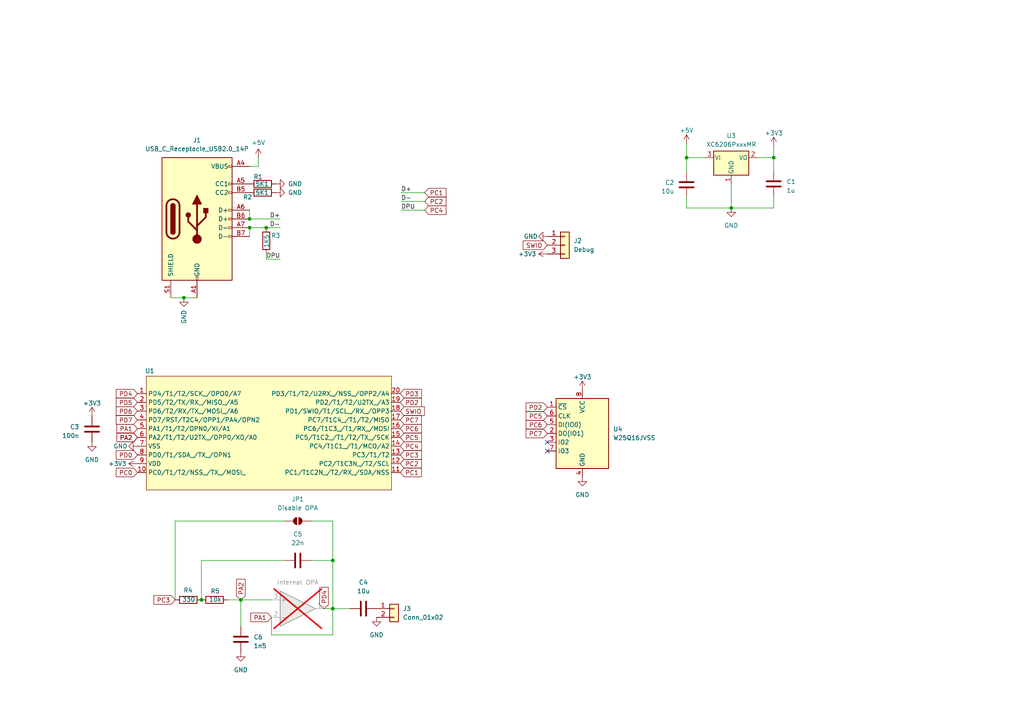
<source format=kicad_sch>
(kicad_sch (version 20231120) (generator "eeschema") (generator_version "8.0")
  (paper "A4")
  (lib_symbols
    (symbol "Amplifier_Operational:AD8606ARM" (pin_names (offset 0.127))
      (property "Reference" "U" (at 0 5.08 0))
      (property "Value" "AD8606ARM" (at 0 -5.08 0))
      (symbol "AD8606ARM_1_1"
        (polyline (pts (xy -5.08 5.08) (xy 5.08 0) (xy -5.08 -5.08) (xy -5.08 5.08)) (stroke (width 0.254)) (fill (type background)))
        (pin output line (at 7.62 0 180) (length 2.54) (name "~") (number "1"))
        (pin input line (at -7.62 -2.54 0) (length 2.54) (name "-") (number "2"))
        (pin input line (at -7.62 2.54 0) (length 2.54) (name "+") (number "3"))
      )
      (symbol "AD8606ARM_2_1"
        (polyline (pts (xy -5.08 5.08) (xy 5.08 0) (xy -5.08 -5.08) (xy -5.08 5.08)) (stroke (width 0.254)) (fill (type background)))
        (pin input line (at -7.62 2.54 0) (length 2.54) (name "+") (number "5"))
        (pin input line (at -7.62 -2.54 0) (length 2.54) (name "-") (number "6"))
        (pin output line (at 7.62 0 180) (length 2.54) (name "~") (number "7"))
      )
      (symbol "AD8606ARM_3_1"
        (pin power_in line (at -2.54 -7.62 90) (length 3.81) (name "V-") (number "4"))
        (pin power_in line (at -2.54 7.62 270) (length 3.81) (name "V+") (number "8"))
      )
    )
    (symbol "Connector:USB_C_Receptacle_USB2.0_14P" (pin_names (offset 1.016))
      (property "Reference" "J4" (at 0 22.86 0))
      (property "Value" "USB_C_Receptacle_USB2.0_14P" (at 0 20.32 0))
      (symbol "USB_C_Receptacle_USB2.0_14P_0_0"
        (rectangle (start -0.254 -17.78) (end 0.254 -16.764))
        (rectangle (start 10.16 -4.826) (end 9.144 -5.334))
        (rectangle (start 10.16 -2.286) (end 9.144 -2.794))
        (rectangle (start 10.16 0.254) (end 9.144 -0.254))
        (rectangle (start 10.16 2.794) (end 9.144 2.286))
        (rectangle (start 10.16 7.874) (end 9.144 7.366))
        (rectangle (start 10.16 10.414) (end 9.144 9.906))
        (rectangle (start 10.16 15.494) (end 9.144 14.986))
      )
      (symbol "USB_C_Receptacle_USB2.0_14P_0_1"
        (rectangle (start -10.16 17.78) (end 10.16 -17.78) (stroke (width 0.254)) (fill (type background)))
        (arc (start -8.89 -3.81) (mid -6.985 -5.7067) (end -5.08 -3.81) (stroke (width 0.508)))
        (arc (start -7.62 -3.81) (mid -6.985 -4.4423) (end -6.35 -3.81) (stroke (width 0.254)))
        (arc (start -7.62 -3.81) (mid -6.985 -4.4423) (end -6.35 -3.81) (stroke (width 0.254)) (fill (type outline)))
        (rectangle (start -7.62 -3.81) (end -6.35 3.81) (stroke (width 0.254)) (fill (type outline)))
        (arc (start -6.35 3.81) (mid -6.985 4.4423) (end -7.62 3.81) (stroke (width 0.254)))
        (arc (start -6.35 3.81) (mid -6.985 4.4423) (end -7.62 3.81) (stroke (width 0.254)) (fill (type outline)))
        (arc (start -5.08 3.81) (mid -6.985 5.7067) (end -8.89 3.81) (stroke (width 0.508)))
        (circle (center -2.54 1.143) (radius 0.635) (stroke (width 0.254)) (fill (type outline)))
        (circle (center 0 -5.842) (radius 1.27) (fill (type outline)))
        (polyline (pts (xy -8.89 -3.81) (xy -8.89 3.81)) (stroke (width 0.508)))
        (polyline (pts (xy -5.08 3.81) (xy -5.08 -3.81)) (stroke (width 0.508)))
        (polyline (pts (xy 0 -5.842) (xy 0 4.318)) (stroke (width 0.508)))
        (polyline (pts (xy 0 -3.302) (xy -2.54 -0.762) (xy -2.54 0.508)) (stroke (width 0.508)))
        (polyline (pts (xy 0 -2.032) (xy 2.54 0.508) (xy 2.54 1.778)) (stroke (width 0.508)))
        (polyline (pts (xy -1.27 4.318) (xy 0 6.858) (xy 1.27 4.318) (xy -1.27 4.318)) (stroke (width 0.254)) (fill (type outline)))
        (rectangle (start 1.905 1.778) (end 3.175 3.048) (stroke (width 0.254)) (fill (type outline)))
      )
      (symbol "USB_C_Receptacle_USB2.0_14P_1_1"
        (pin passive line (at 0 -22.86 90) (length 5.08) (name "GND") (number "A1"))
        (pin passive line (at 0 -22.86 90) (length 5.08) hide (name "GND") (number "A12"))
        (pin passive line (at 15.24 15.24 180) (length 5.08) (name "VBUS") (number "A4"))
        (pin bidirectional line (at 15.24 10.16 180) (length 5.08) (name "CC1") (number "A5"))
        (pin bidirectional line (at 15.24 2.54 180) (length 5.08) (name "D+") (number "A6"))
        (pin bidirectional line (at 15.24 -2.54 180) (length 5.08) (name "D-") (number "A7"))
        (pin passive line (at 15.24 15.24 180) (length 5.08) hide (name "VBUS") (number "A9"))
        (pin passive line (at 0 -22.86 90) (length 5.08) hide (name "GND") (number "B1"))
        (pin passive line (at 0 -22.86 90) (length 5.08) hide (name "GND") (number "B12"))
        (pin passive line (at 15.24 15.24 180) (length 5.08) hide (name "VBUS") (number "B4"))
        (pin bidirectional line (at 15.24 7.62 180) (length 5.08) (name "CC2") (number "B5"))
        (pin bidirectional line (at 15.24 0 180) (length 5.08) (name "D+") (number "B6"))
        (pin bidirectional line (at 15.24 -5.08 180) (length 5.08) (name "D-") (number "B7"))
        (pin passive line (at 15.24 15.24 180) (length 5.08) hide (name "VBUS") (number "B9"))
        (pin passive line (at -7.62 -22.86 90) (length 5.08) (name "SHIELD") (number "S1"))
      )
    )
    (symbol "Connector_Generic:Conn_01x02" (pin_names (offset 1.016) hide)
      (property "Reference" "J" (at 0 2.54 0))
      (property "Value" "Conn_01x02" (at 0 -5.08 0))
      (symbol "Conn_01x02_1_1"
        (rectangle (start -1.27 -2.413) (end 0 -2.667) (stroke (width 0.1524)))
        (rectangle (start -1.27 0.127) (end 0 -0.127) (stroke (width 0.1524)))
        (rectangle (start -1.27 1.27) (end 1.27 -3.81) (stroke (width 0.254)) (fill (type background)))
        (pin passive line (at -5.08 0 0) (length 3.81) (name "Pin_1") (number "1"))
        (pin passive line (at -5.08 -2.54 0) (length 3.81) (name "Pin_2") (number "2"))
      )
    )
    (symbol "Connector_Generic:Conn_01x03" (pin_names (offset 1.016) hide)
      (property "Reference" "J" (at 0 5.08 0))
      (property "Value" "Conn_01x03" (at 0 -5.08 0))
      (symbol "Conn_01x03_1_1"
        (rectangle (start -1.27 -2.413) (end 0 -2.667) (stroke (width 0.1524)))
        (rectangle (start -1.27 0.127) (end 0 -0.127) (stroke (width 0.1524)))
        (rectangle (start -1.27 2.667) (end 0 2.413) (stroke (width 0.1524)))
        (rectangle (start -1.27 3.81) (end 1.27 -3.81) (stroke (width 0.254)) (fill (type background)))
        (pin passive line (at -5.08 2.54 0) (length 3.81) (name "Pin_1") (number "1"))
        (pin passive line (at -5.08 0 0) (length 3.81) (name "Pin_2") (number "2"))
        (pin passive line (at -5.08 -2.54 0) (length 3.81) (name "Pin_3") (number "3"))
      )
    )
    (symbol "Device:C" (pin_numbers hide) (pin_names (offset 0.254))
      (property "Reference" "C" (at 0.635 2.54 0))
      (property "Value" "C" (at 0.635 -2.54 0))
      (symbol "C_0_1"
        (polyline (pts (xy -2.032 -0.762) (xy 2.032 -0.762)) (stroke (width 0.508)))
        (polyline (pts (xy -2.032 0.762) (xy 2.032 0.762)) (stroke (width 0.508)))
      )
      (symbol "C_1_1"
        (pin passive line (at 0 3.81 270) (length 2.794) (name "~") (number "1"))
        (pin passive line (at 0 -3.81 90) (length 2.794) (name "~") (number "2"))
      )
    )
    (symbol "Device:R" (pin_numbers hide) (pin_names (offset 0))
      (property "Reference" "R" (at 2.032 0 90))
      (property "Value" "R" (at 0 0 90))
      (symbol "R_0_1"
        (rectangle (start -1.016 -2.54) (end 1.016 2.54) (stroke (width 0.254)))
      )
      (symbol "R_1_1"
        (pin passive line (at 0 3.81 270) (length 1.27) (name "~") (number "1"))
        (pin passive line (at 0 -3.81 90) (length 1.27) (name "~") (number "2"))
      )
    )
    (symbol "Jumper:SolderJumper_2_Open" (pin_numbers hide) (pin_names (offset 0) hide) (exclude_from_sim yes) (in_bom no)
      (property "Reference" "JP" (at 0 2.032 0))
      (property "Value" "SolderJumper_2_Open" (at 0 -2.54 0))
      (symbol "SolderJumper_2_Open_0_1"
        (arc (start -0.254 1.016) (mid -1.2656 0) (end -0.254 -1.016))
        (arc (start -0.254 1.016) (mid -1.2656 0) (end -0.254 -1.016) (fill (type outline)))
        (polyline (pts (xy -0.254 1.016) (xy -0.254 -1.016)))
        (polyline (pts (xy 0.254 1.016) (xy 0.254 -1.016)))
        (arc (start 0.254 -1.016) (mid 1.2656 0) (end 0.254 1.016))
        (arc (start 0.254 -1.016) (mid 1.2656 0) (end 0.254 1.016) (fill (type outline)))
      )
      (symbol "SolderJumper_2_Open_1_1"
        (pin passive line (at -3.81 0 0) (length 2.54) (name "A") (number "1"))
        (pin passive line (at 3.81 0 180) (length 2.54) (name "B") (number "2"))
      )
    )
    (symbol "MCU_WCH_CH32V0:CH32V006F8P6"
      (property "Reference" "U" (at -34.798 17.526 0))
      (symbol "CH32V006F8P6_0_0"
        (pin unspecified line (at -38.1 11.43 0) (length 2.54) (name "PD4/T1/T2/SCK_/OPO0/A7") (number "1"))
        (pin unspecified line (at -38.1 -11.43 0) (length 2.54) (name "PC0/T1/T2/NSS_/TX_/MOSI_") (number "10"))
        (pin unspecified line (at 38.1 -11.43 180) (length 2.54) (name "PC1/T1C2N_/T2/RX_/SDA/NSS") (number "11"))
        (pin unspecified line (at 38.1 -8.89 180) (length 2.54) (name "PC2/T1C3N_/T2/SCL") (number "12"))
        (pin unspecified line (at 38.1 -6.35 180) (length 2.54) (name "PC3/T1/T2") (number "13"))
        (pin unspecified line (at 38.1 -3.81 180) (length 2.54) (name "PC4/T1C1_/T1/MCO/A2") (number "14"))
        (pin unspecified line (at 38.1 -1.27 180) (length 2.54) (name "PC5/T1C2_/T1/T2/TX_/SCK") (number "15"))
        (pin unspecified line (at 38.1 1.27 180) (length 2.54) (name "PC6/T1C3_/T1/RX_/MOSI") (number "16"))
        (pin unspecified line (at 38.1 3.81 180) (length 2.54) (name "PC7/T1C4_/T1/T2/MISO") (number "17"))
        (pin unspecified line (at 38.1 6.35 180) (length 2.54) (name "PD1/SWIO/T1/SCL_/RX_/OPP3") (number "18"))
        (pin unspecified line (at 38.1 8.89 180) (length 2.54) (name "PD2/T1/T2/U2TX_/A3") (number "19"))
        (pin unspecified line (at -38.1 8.89 0) (length 2.54) (name "PD5/T2/TX/RX_/MISO_/A5") (number "2"))
        (pin unspecified line (at 38.1 11.43 180) (length 2.54) (name "PD3/T1/T2/U2RX_/NSS_/OPP2/A4") (number "20"))
        (pin unspecified line (at -38.1 6.35 0) (length 2.54) (name "PD6/T2/RX/TX_/MOSI_/A6") (number "3"))
        (pin unspecified line (at -38.1 3.81 0) (length 2.54) (name "PD7/RST/T2C4/OPP1/PA4/OPN2") (number "4"))
        (pin unspecified line (at -38.1 1.27 0) (length 2.54) (name "PA1/T1/T2/OPN0/XI/A1") (number "5"))
        (pin unspecified line (at -38.1 -1.27 0) (length 2.54) (name "PA2/T1/T2/U2TX_/OPP0/XO/A0") (number "6"))
        (pin unspecified line (at -38.1 -3.81 0) (length 2.54) (name "VSS") (number "7"))
        (pin unspecified line (at -38.1 -6.35 0) (length 2.54) (name "PD0/T1/SDA_/TX_/OPN1") (number "8"))
        (pin unspecified line (at -38.1 -8.89 0) (length 2.54) (name "VDD") (number "9"))
      )
      (symbol "CH32V006F8P6_1_1"
        (rectangle (start -35.56 16.51) (end 35.56 -16.51) (fill (type background)))
      )
    )
    (symbol "Memory_Flash:W25Q16JVSS"
      (property "Reference" "U" (at -6.35 11.43 0))
      (property "Value" "W25Q16JVSS" (at 7.62 11.43 0))
      (symbol "W25Q16JVSS_0_1"
        (rectangle (start -7.62 10.16) (end 7.62 -10.16) (stroke (width 0.254)) (fill (type background)))
      )
      (symbol "W25Q16JVSS_1_1"
        (pin input line (at -10.16 7.62 0) (length 2.54) (name "~{CS}") (number "1"))
        (pin bidirectional line (at -10.16 0 0) (length 2.54) (name "DO(IO1)") (number "2"))
        (pin bidirectional line (at -10.16 -2.54 0) (length 2.54) (name "IO2") (number "3"))
        (pin power_in line (at 0 -12.7 90) (length 2.54) (name "GND") (number "4"))
        (pin bidirectional line (at -10.16 2.54 0) (length 2.54) (name "DI(IO0)") (number "5"))
        (pin input line (at -10.16 5.08 0) (length 2.54) (name "CLK") (number "6"))
        (pin bidirectional line (at -10.16 -5.08 0) (length 2.54) (name "IO3") (number "7"))
        (pin power_in line (at 0 12.7 270) (length 2.54) (name "VCC") (number "8"))
      )
    )
    (symbol "Regulator_Linear:XC6206PxxxMR" (pin_names (offset 0.254))
      (property "Reference" "U" (at -3.81 3.175 0))
      (property "Value" "XC6206PxxxMR" (at 0 3.175 0))
      (symbol "XC6206PxxxMR_0_1"
        (rectangle (start -5.08 1.905) (end 5.08 -5.08) (stroke (width 0.254)) (fill (type background)))
      )
      (symbol "XC6206PxxxMR_1_1"
        (pin power_in line (at 0 -7.62 90) (length 2.54) (name "GND") (number "1"))
        (pin power_out line (at 7.62 0 180) (length 2.54) (name "VO") (number "2"))
        (pin power_in line (at -7.62 0 0) (length 2.54) (name "VI") (number "3"))
      )
    )
    (symbol "power:+3V3" (power) (pin_names (offset 0))
      (property "Value" "+3V3" (at 0 3.556 0))
      (symbol "+3V3_0_1"
        (polyline (pts (xy -0.762 1.27) (xy 0 2.54)))
        (polyline (pts (xy 0 0) (xy 0 2.54)))
        (polyline (pts (xy 0 2.54) (xy 0.762 1.27)))
      )
      (symbol "+3V3_1_1"
        (pin power_in line (at 0 0 90) (length 0) hide (name "+3V3") (number "1"))
      )
    )
    (symbol "power:+5V" (power) (pin_names (offset 0))
      (property "Value" "+5V" (at 0 3.556 0))
      (symbol "+5V_0_1"
        (polyline (pts (xy -0.762 1.27) (xy 0 2.54)))
        (polyline (pts (xy 0 0) (xy 0 2.54)))
        (polyline (pts (xy 0 2.54) (xy 0.762 1.27)))
      )
      (symbol "+5V_1_1"
        (pin power_in line (at 0 0 90) (length 0) hide (name "+5V") (number "1"))
      )
    )
    (symbol "power:GND" (power) (pin_names (offset 0))
      (property "Value" "GND" (at 0 -3.81 0))
      (symbol "GND_0_1"
        (polyline (pts (xy 0 0) (xy 0 -1.27) (xy 1.27 -1.27) (xy 0 -2.54) (xy -1.27 -1.27) (xy 0 -1.27)))
      )
      (symbol "GND_1_1"
        (pin power_in line (at 0 0 270) (length 0) hide (name "GND") (number "1"))
      )
    )
  )
  (junction (at 224.409 45.72))
  (junction (at 58.42 173.99))
  (junction (at 96.52 162.56))
  (junction (at 77.216 66.04))
  (junction (at 212.09 60.325))
  (junction (at 72.39 66.04))
  (junction (at 96.52 176.53))
  (junction (at 69.85 173.99))
  (junction (at 53.34 86.36))
  (junction (at 72.39 63.5))
  (junction (at 199.136 45.72))
  (no_connect (at 158.75 128.27))
  (no_connect (at 158.75 130.81))
  (wire (pts (xy 199.136 60.325) (xy 199.136 57.404)))
  (wire (pts (xy 199.136 49.784) (xy 199.136 45.72)))
  (wire (pts (xy 50.8 151.13) (xy 50.8 173.99)))
  (wire (pts (xy 224.409 42.291) (xy 224.409 45.72)))
  (wire (pts (xy 81.28 66.04) (xy 77.216 66.04)))
  (wire (pts (xy 72.39 66.04) (xy 72.39 68.58)))
  (wire (pts (xy 224.409 49.53) (xy 224.409 45.72)))
  (wire (pts (xy 199.136 60.325) (xy 212.09 60.325)))
  (wire (pts (xy 116.332 55.88) (xy 123.19 55.88)))
  (wire (pts (xy 116.332 58.42) (xy 123.19 58.42)))
  (wire (pts (xy 96.52 184.15) (xy 96.52 176.53)))
  (wire (pts (xy 82.55 162.56) (xy 58.42 162.56)))
  (wire (pts (xy 82.55 151.13) (xy 50.8 151.13)))
  (wire (pts (xy 199.136 45.72) (xy 204.47 45.72)))
  (wire (pts (xy 199.136 41.656) (xy 199.136 45.72)))
  (wire (pts (xy 90.17 151.13) (xy 96.52 151.13)))
  (wire (pts (xy 81.28 63.5) (xy 72.39 63.5)))
  (wire (pts (xy 212.09 60.325) (xy 224.409 60.325)))
  (wire (pts (xy 69.85 181.61) (xy 69.85 173.99)))
  (wire (pts (xy 66.04 173.99) (xy 69.85 173.99)))
  (wire (pts (xy 224.409 45.72) (xy 219.71 45.72)))
  (wire (pts (xy 77.216 66.04) (xy 72.39 66.04)))
  (wire (pts (xy 74.93 45.72) (xy 74.93 48.26)))
  (wire (pts (xy 116.332 60.96) (xy 123.19 60.96)))
  (wire (pts (xy 96.52 176.53) (xy 101.6 176.53)))
  (wire (pts (xy 58.42 162.56) (xy 58.42 173.99)))
  (wire (pts (xy 49.53 86.36) (xy 53.34 86.36)))
  (wire (pts (xy 90.17 162.56) (xy 96.52 162.56)))
  (wire (pts (xy 96.52 151.13) (xy 96.52 162.56)))
  (wire (pts (xy 212.09 60.325) (xy 212.09 53.34)))
  (wire (pts (xy 77.216 75.184) (xy 81.28 75.184)))
  (wire (pts (xy 96.52 162.56) (xy 96.52 176.53)))
  (wire (pts (xy 53.34 86.36) (xy 57.15 86.36)))
  (wire (pts (xy 74.93 48.26) (xy 72.39 48.26)))
  (wire (pts (xy 78.74 184.15) (xy 96.52 184.15)))
  (wire (pts (xy 78.74 179.07) (xy 78.74 184.15)))
  (wire (pts (xy 77.216 75.184) (xy 77.216 73.66)))
  (wire (pts (xy 72.39 60.96) (xy 72.39 63.5)))
  (wire (pts (xy 96.52 176.53) (xy 93.98 176.53)))
  (wire (pts (xy 69.85 173.99) (xy 78.74 173.99)))
  (wire (pts (xy 224.409 60.325) (xy 224.409 57.15)))
  (label "D+" (at 116.332 55.88 0))
  (label "DPU" (at 116.332 60.96 0))
  (label "D-" (at 81.28 66.04 180))
  (label "D-" (at 116.332 58.42 0))
  (label "DPU" (at 81.28 75.184 180))
  (label "D+" (at 81.28 63.5 180))
  (global_label "PA2" (shape input) (at 39.878 126.873 180) (property "Intersheetrefs" "${INTERSHEET_REFS}" (effects (hide yes))))
  (global_label "PD4" (shape input) (at 93.98 176.53 90) (property "Intersheetrefs" "${INTERSHEET_REFS}" (effects (hide yes))))
  (global_label "PA1" (shape input) (at 78.74 179.07 180) (property "Intersheetrefs" "${INTERSHEET_REFS}" (effects (hide yes))))
  (global_label "PC5" (shape input) (at 116.078 126.873 0) (property "Intersheetrefs" "${INTERSHEET_REFS}" (effects (hide yes))))
  (global_label "PD7" (shape input) (at 39.878 121.793 180) (property "Intersheetrefs" "${INTERSHEET_REFS}" (effects (hide yes))))
  (global_label "SWIO" (shape input) (at 158.75 71.12 180) (property "Intersheetrefs" "${INTERSHEET_REFS}" (effects (hide yes))))
  (global_label "PD2" (shape input) (at 116.078 116.713 0) (property "Intersheetrefs" "${INTERSHEET_REFS}" (effects (hide yes))))
  (global_label "PC6" (shape input) (at 116.078 124.333 0) (property "Intersheetrefs" "${INTERSHEET_REFS}" (effects (hide yes))))
  (global_label "PC3" (shape input) (at 50.8 173.99 180) (property "Intersheetrefs" "${INTERSHEET_REFS}" (effects (hide yes))))
  (global_label "PA2" (shape input) (at 39.878 126.873 180) (property "Intersheetrefs" "${INTERSHEET_REFS}" (effects (hide yes))))
  (global_label "SWIO" (shape input) (at 116.078 119.253 0) (property "Intersheetrefs" "${INTERSHEET_REFS}" (effects (hide yes))))
  (global_label "PC0" (shape input) (at 39.878 137.033 180) (property "Intersheetrefs" "${INTERSHEET_REFS}" (effects (hide yes))))
  (global_label "PD6" (shape input) (at 39.878 119.253 180) (property "Intersheetrefs" "${INTERSHEET_REFS}" (effects (hide yes))))
  (global_label "PC4" (shape input) (at 123.19 60.96 0) (property "Intersheetrefs" "${INTERSHEET_REFS}" (effects (hide yes))))
  (global_label "PD5" (shape input) (at 39.878 116.713 180) (property "Intersheetrefs" "${INTERSHEET_REFS}" (effects (hide yes))))
  (global_label "PD0" (shape input) (at 39.878 131.953 180) (property "Intersheetrefs" "${INTERSHEET_REFS}" (effects (hide yes))))
  (global_label "PC2" (shape input) (at 123.19 58.42 0) (property "Intersheetrefs" "${INTERSHEET_REFS}" (effects (hide yes))))
  (global_label "PC2" (shape input) (at 116.078 134.493 0) (property "Intersheetrefs" "${INTERSHEET_REFS}" (effects (hide yes))))
  (global_label "PA2" (shape input) (at 69.85 173.99 90) (property "Intersheetrefs" "${INTERSHEET_REFS}" (effects (hide yes))))
  (global_label "PC3" (shape input) (at 116.078 131.953 0) (property "Intersheetrefs" "${INTERSHEET_REFS}" (effects (hide yes))))
  (global_label "PC4" (shape input) (at 116.078 129.413 0) (property "Intersheetrefs" "${INTERSHEET_REFS}" (effects (hide yes))))
  (global_label "PC1" (shape input) (at 123.19 55.88 0) (property "Intersheetrefs" "${INTERSHEET_REFS}" (effects (hide yes))))
  (global_label "PD3" (shape input) (at 116.078 114.173 0) (property "Intersheetrefs" "${INTERSHEET_REFS}" (effects (hide yes))))
  (global_label "PD4" (shape input) (at 39.878 114.173 180) (property "Intersheetrefs" "${INTERSHEET_REFS}" (effects (hide yes))))
  (global_label "PC7" (shape input) (at 116.078 121.793 0) (property "Intersheetrefs" "${INTERSHEET_REFS}" (effects (hide yes))))
  (global_label "PC5" (shape input) (at 158.75 120.65 180) (property "Intersheetrefs" "${INTERSHEET_REFS}" (effects (hide yes))))
  (global_label "PC6" (shape input) (at 158.75 123.19 180) (property "Intersheetrefs" "${INTERSHEET_REFS}" (effects (hide yes))))
  (global_label "PD2" (shape input) (at 158.75 118.11 180) (property "Intersheetrefs" "${INTERSHEET_REFS}" (effects (hide yes))))
  (global_label "PA1" (shape input) (at 39.878 124.333 180) (property "Intersheetrefs" "${INTERSHEET_REFS}" (effects (hide yes))))
  (global_label "PC7" (shape input) (at 158.75 125.73 180) (property "Intersheetrefs" "${INTERSHEET_REFS}" (effects (hide yes))))
  (global_label "PC1" (shape input) (at 116.078 137.033 0) (property "Intersheetrefs" "${INTERSHEET_REFS}" (effects (hide yes))))
  (symbol (lib_id "power:+5V") (at 74.93 45.72 0) (unit 1)
    (property "Reference" "#PWR03" (effects (hide yes)))
    (property "Value" "+5V" (at 76.962 41.402 0) (effects (justify right)))
  )
  (symbol (lib_id "Connector_Generic:Conn_01x02") (at 114.3 176.53 0) (unit 1)
    (property "Reference" "J3" (at 116.84 176.5299 0) (effects (justify left)))
    (property "Value" "Conn_01x02" (at 116.84 179.0699 0) (effects (justify left)))
    (property "Footprint" "Connector_PinHeader_2.54mm:PinHeader_1x02_P2.54mm_Vertical" (effects (hide yes)))
    (property "Description" "Generic connector, single row, 01x02, script generated (kicad-library-utils/schlib/autogen/connector/)" (effects (hide yes)))
  )
  (symbol (lib_id "Device:R") (at 62.23 173.99 270) (unit 1)
    (property "Reference" "R5" (at 63.754 171.45 90) (effects (justify right)))
    (property "Value" "10k" (at 64.262 173.863 90) (effects (justify right)))
    (property "Footprint" "Resistor_SMD:R_0603_1608Metric" (effects (hide yes)))
  )
  (symbol (lib_id "Device:C") (at 199.136 53.594 0) (mirror y) (unit 1)
    (property "Reference" "C2" (at 195.58 52.959 0) (effects (justify left)))
    (property "Value" "10u" (at 195.58 55.499 0) (effects (justify left)))
    (property "Footprint" "Capacitor_SMD:C_0805_2012Metric_Pad1.18x1.45mm_HandSolder" (effects (hide yes)))
  )
  (symbol (lib_id "Connector:USB_C_Receptacle_USB2.0_14P") (at 57.15 63.5 0) (unit 1)
    (property "Reference" "J1" (at 57.15 40.64 0))
    (property "Value" "USB_C_Receptacle_USB2.0_14P" (at 57.15 43.18 0))
    (property "Footprint" "USB-C-PCB:USB_C_PADDLE" (effects (hide yes)))
    (property "Datasheet" "https://www.usb.org/sites/default/files/documents/usb_type-c.zip" (effects (hide yes)))
    (property "Description" "USB 2.0-only 14P Type-C Receptacle connector" (effects (hide yes)))
  )
  (symbol (lib_id "power:GND") (at 39.878 129.413 270) (unit 1)
    (property "Reference" "#PWR018" (effects (hide yes)))
    (property "Value" "GND" (at 32.893 129.413 90) (effects (justify left)))
  )
  (symbol (lib_id "Connector_Generic:Conn_01x03") (at 163.83 71.12 0) (unit 1)
    (property "Reference" "J2" (at 166.37 69.8499 0) (effects (justify left)))
    (property "Value" "Debug" (at 166.37 72.3899 0) (effects (justify left)))
    (property "Footprint" "Connector_PinSocket_2.54mm:PinSocket_1x03_P2.54mm_Vertical" (effects (hide yes)))
    (property "Description" "Generic connector, single row, 01x03, script generated (kicad-library-utils/schlib/autogen/connector/)" (effects (hide yes)))
  )
  (symbol (lib_id "power:+3V3") (at 158.75 73.66 90) (unit 1)
    (property "Reference" "#PWR09" (effects (hide yes)))
    (property "Value" "+3V3" (at 152.908 73.66 90))
  )
  (symbol (lib_id "Device:C") (at 105.41 176.53 90) (unit 1)
    (property "Reference" "C4" (at 105.41 168.91 90))
    (property "Value" "10u" (at 105.41 171.45 90))
    (property "Footprint" "Capacitor_SMD:C_0805_2012Metric_Pad1.18x1.45mm_HandSolder" (effects (hide yes)))
  )
  (symbol (lib_id "Memory_Flash:W25Q16JVSS") (at 168.91 125.73 0) (unit 1)
    (property "Reference" "U4" (at 177.8 124.4599 0) (effects (justify left)))
    (property "Value" "W25Q16JVSS" (at 177.8 126.9999 0) (effects (justify left)))
    (property "Footprint" "Package_SO:SOIC-8_5.23x5.23mm_P1.27mm" (effects (hide yes)))
    (property "Datasheet" "https://www.winbond.com/hq/support/documentation/levelOne.jsp?__locale=en&DocNo=DA00-W25Q16JV.1" (effects (hide yes)))
    (property "Description" "16Mb Serial Flash Memory, Standard/Dual/Quad SPI, SOIC-8" (effects (hide yes)))
  )
  (symbol (lib_id "power:+3V3") (at 26.67 120.65 0) (mirror y) (unit 1)
    (property "Reference" "#PWR015" (effects (hide yes)))
    (property "Value" "+3V3" (at 26.67 116.967 0))
  )
  (symbol (lib_id "power:GND") (at 53.34 86.36 0) (unit 1)
    (property "Reference" "#PWR010" (effects (hide yes)))
    (property "Value" "GND" (at 53.34 93.98 90) (effects (justify left)))
  )
  (symbol (lib_id "power:GND") (at 69.85 189.23 0) (unit 1)
    (property "Reference" "#PWR014" (effects (hide yes)))
    (property "Value" "GND" (at 69.85 194.31 0))
  )
  (symbol (lib_id "Device:C") (at 26.67 124.46 0) (mirror y) (unit 1)
    (property "Reference" "C3" (at 22.987 123.825 0) (effects (justify left)))
    (property "Value" "100n" (at 22.987 126.365 0) (effects (justify left)))
    (property "Footprint" "Capacitor_SMD:C_0603_1608Metric" (effects (hide yes)))
  )
  (symbol (lib_id "Device:R") (at 77.216 69.85 180) (unit 1)
    (property "Reference" "R3" (at 78.613 68.326 0) (effects (justify right)))
    (property "Value" "1K5" (at 77.343 71.882 90) (effects (justify right)))
    (property "Footprint" "Resistor_SMD:R_0603_1608Metric" (effects (hide yes)))
  )
  (symbol (lib_id "Device:C") (at 224.409 53.34 0) (unit 1)
    (property "Reference" "C1" (at 228.092 52.705 0) (effects (justify left)))
    (property "Value" "1u" (at 228.092 55.245 0) (effects (justify left)))
    (property "Footprint" "Capacitor_SMD:C_0805_2012Metric_Pad1.18x1.45mm_HandSolder" (effects (hide yes)))
  )
  (symbol (lib_id "MCU_WCH_CH32V0:CH32V006F8P6") (at 77.978 125.603 0) (unit 1)
    (property "Reference" "U1" (at 43.434 107.569 0))
    (property "Value" "~" (at 113.538 119.253 0))
    (property "Footprint" "Package_SO:TSSOP-20_4.4x6.5mm_P0.65mm" (effects (hide yes)))
  )
  (symbol (lib_id "Amplifier_Operational:AD8606ARM") (at 86.36 176.53 0) (unit 1) (exclude_from_sim yes) (in_bom no) (on_board no) (dnp yes)
    (property "Reference" "U2" (effects (hide yes)))
    (property "Value" "Internal OPA" (at 86.36 168.91 0))
  )
  (symbol (lib_id "Device:C") (at 86.36 162.56 90) (unit 1)
    (property "Reference" "C5" (at 86.36 154.94 90))
    (property "Value" "22n" (at 86.36 157.48 90))
    (property "Footprint" "Capacitor_SMD:C_0603_1608Metric" (effects (hide yes)))
  )
  (symbol (lib_id "power:GND") (at 26.67 128.27 0) (mirror y) (unit 1)
    (property "Reference" "#PWR017" (effects (hide yes)))
    (property "Value" "GND" (at 26.67 133.35 0))
  )
  (symbol (lib_id "Jumper:SolderJumper_2_Open") (at 86.36 151.13 0) (unit 1) (exclude_from_sim yes) (in_bom no)
    (property "Reference" "JP1" (at 86.36 144.78 0))
    (property "Value" "Disable OPA" (at 86.36 147.32 0))
    (property "Footprint" "Jumper:SolderJumper-2_P1.3mm_Open_TrianglePad1.0x1.5mm" (effects (hide yes)))
    (property "Description" "Solder Jumper, 2-pole, open" (effects (hide yes)))
  )
  (symbol (lib_id "power:GND") (at 109.22 179.07 0) (unit 1)
    (property "Reference" "#PWR016" (effects (hide yes)))
    (property "Value" "GND" (at 109.22 184.15 0))
  )
  (symbol (lib_id "Device:R") (at 76.2 55.88 270) (unit 1)
    (property "Reference" "R2" (at 73.152 57.15 90) (effects (justify right)))
    (property "Value" "5K1" (at 77.978 55.88 90) (effects (justify right)))
    (property "Footprint" "Resistor_SMD:R_0603_1608Metric" (effects (hide yes)))
  )
  (symbol (lib_id "power:+3V3") (at 39.878 134.493 90) (unit 1)
    (property "Reference" "#PWR013" (effects (hide yes)))
    (property "Value" "+3V3" (at 36.703 134.493 90) (effects (justify left)))
  )
  (symbol (lib_id "power:+3V3") (at 168.91 113.03 0) (unit 1)
    (property "Reference" "#PWR012" (effects (hide yes)))
    (property "Value" "+3V3" (at 168.91 109.347 0))
  )
  (symbol (lib_id "power:GND") (at 80.01 53.34 90) (unit 1)
    (property "Reference" "#PWR05" (effects (hide yes)))
    (property "Value" "GND" (at 87.63 53.34 90) (effects (justify left)))
  )
  (symbol (lib_id "power:GND") (at 212.09 60.325 0) (unit 1)
    (property "Reference" "#PWR07" (effects (hide yes)))
    (property "Value" "GND" (at 212.09 65.405 0))
  )
  (symbol (lib_id "power:+5V") (at 199.136 41.656 0) (unit 1)
    (property "Reference" "#PWR01" (effects (hide yes)))
    (property "Value" "+5V" (at 201.168 37.846 0) (effects (justify right)))
  )
  (symbol (lib_id "Device:R") (at 76.2 53.34 270) (unit 1)
    (property "Reference" "R1" (at 76.2 51.308 90) (effects (justify right)))
    (property "Value" "5K1" (at 77.978 53.34 90) (effects (justify right)))
    (property "Footprint" "Resistor_SMD:R_0603_1608Metric" (effects (hide yes)))
  )
  (symbol (lib_id "Device:R") (at 54.61 173.99 270) (unit 1)
    (property "Reference" "R4" (at 55.88 171.196 90) (effects (justify right)))
    (property "Value" "330" (at 56.642 173.863 90) (effects (justify right)))
    (property "Footprint" "Resistor_SMD:R_1206_3216Metric" (effects (hide yes)))
  )
  (symbol (lib_id "power:+3V3") (at 224.409 42.291 0) (unit 1)
    (property "Reference" "#PWR02" (effects (hide yes)))
    (property "Value" "+3V3" (at 224.409 38.608 0))
  )
  (symbol (lib_id "Device:C") (at 69.85 185.42 0) (unit 1)
    (property "Reference" "C6" (at 73.533 184.785 0) (effects (justify left)))
    (property "Value" "1n5" (at 73.533 187.325 0) (effects (justify left)))
    (property "Footprint" "Capacitor_SMD:C_0603_1608Metric" (effects (hide yes)))
  )
  (symbol (lib_id "power:GND") (at 158.75 68.58 270) (unit 1)
    (property "Reference" "#PWR08" (effects (hide yes)))
    (property "Value" "GND" (at 151.892 68.58 90) (effects (justify left)))
  )
  (symbol (lib_id "power:GND") (at 80.01 55.88 90) (unit 1)
    (property "Reference" "#PWR06" (effects (hide yes)))
    (property "Value" "GND" (at 87.63 55.88 90) (effects (justify left)))
  )
  (symbol (lib_id "power:GND") (at 168.91 138.43 0) (unit 1)
    (property "Reference" "#PWR011" (effects (hide yes)))
    (property "Value" "GND" (at 168.91 143.51 0))
  )
  (symbol (lib_id "Regulator_Linear:XC6206PxxxMR") (at 212.09 45.72 0) (unit 1)
    (property "Reference" "U3" (at 212.09 39.37 0))
    (property "Value" "XC6206PxxxMR" (at 212.09 41.91 0))
    (property "Footprint" "Package_TO_SOT_SMD:SOT-23-3" (effects (hide yes)))
    (property "Datasheet" "https://www.torexsemi.com/file/xc6206/XC6206.pdf" (effects (hide yes)))
    (property "Description" "Positive 60-250mA Low Dropout Regulator, Fixed Output, SOT-23" (effects (hide yes)))
  )
)
</source>
